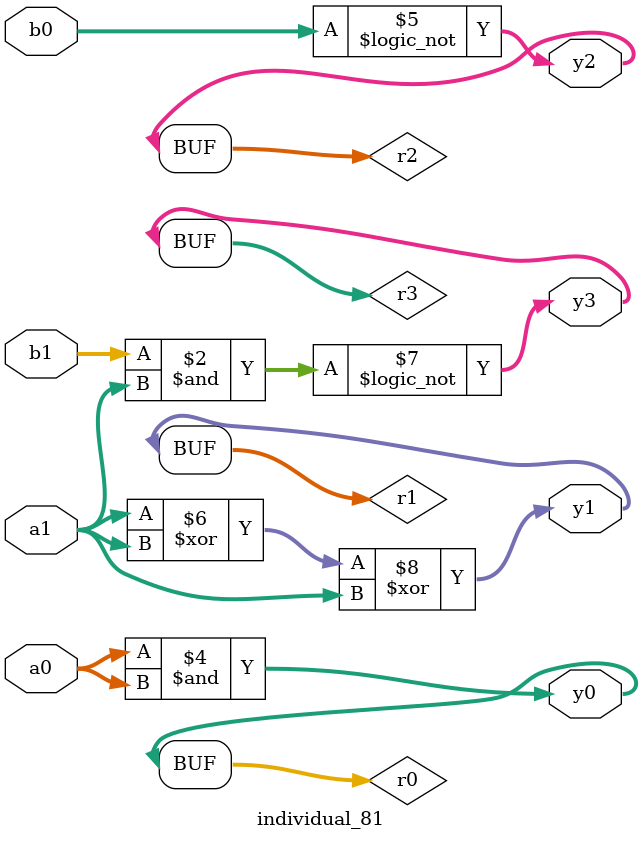
<source format=sv>
module individual_81(input logic [15:0] a1, input logic [15:0] a0, input logic [15:0] b1, input logic [15:0] b0, output logic [15:0] y3, output logic [15:0] y2, output logic [15:0] y1, output logic [15:0] y0);
logic [15:0] r0, r1, r2, r3; 
 always@(*) begin 
	 r0 = a0; r1 = a1; r2 = b0; r3 = b1; 
 	 r3  &=  r1 ;
 	 r2  ^=  r1 ;
 	 r0  &=  a0 ;
 	 r2 = ! b0 ;
 	 r1  ^=  r1 ;
 	 r3 = ! r3 ;
 	 r1  ^=  a1 ;
 	 y3 = r3; y2 = r2; y1 = r1; y0 = r0; 
end
endmodule
</source>
